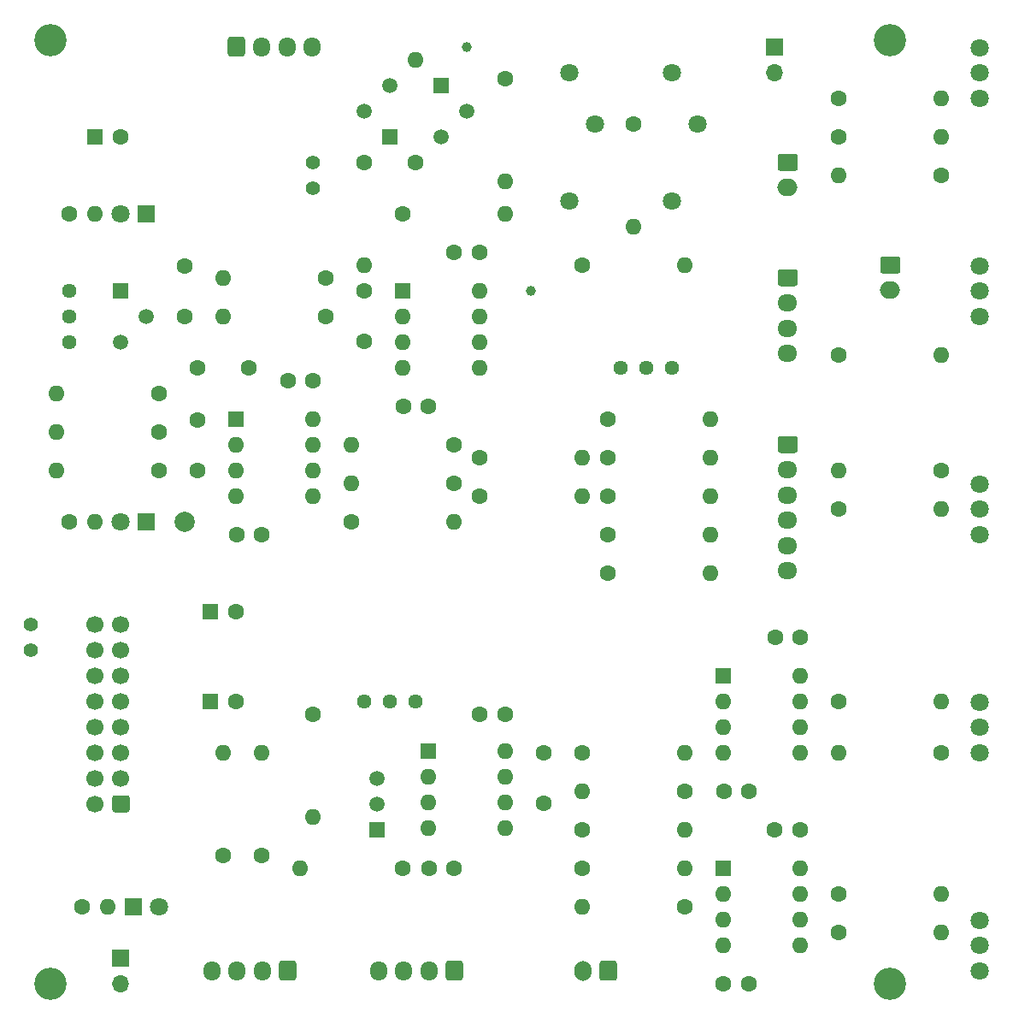
<source format=gbr>
G04 #@! TF.GenerationSoftware,KiCad,Pcbnew,(5.1.10)-1*
G04 #@! TF.CreationDate,2022-02-08T11:48:01+09:00*
G04 #@! TF.ProjectId,AnVCO,416e5643-4f2e-46b6-9963-61645f706362,Ver. 1.0*
G04 #@! TF.SameCoordinates,Original*
G04 #@! TF.FileFunction,Soldermask,Top*
G04 #@! TF.FilePolarity,Negative*
%FSLAX46Y46*%
G04 Gerber Fmt 4.6, Leading zero omitted, Abs format (unit mm)*
G04 Created by KiCad (PCBNEW (5.1.10)-1) date 2022-02-08 11:48:01*
%MOMM*%
%LPD*%
G01*
G04 APERTURE LIST*
%ADD10O,1.600000X1.600000*%
%ADD11C,1.600000*%
%ADD12R,1.600000X1.600000*%
%ADD13C,3.200000*%
%ADD14C,2.000000*%
%ADD15C,1.440000*%
%ADD16C,1.400000*%
%ADD17C,1.000000*%
%ADD18C,1.800000*%
%ADD19R,1.500000X1.500000*%
%ADD20C,1.500000*%
%ADD21O,1.700000X2.000000*%
%ADD22O,1.700000X1.950000*%
%ADD23O,1.950000X1.700000*%
%ADD24O,2.000000X1.700000*%
%ADD25O,1.700000X1.700000*%
%ADD26R,1.700000X1.700000*%
%ADD27C,1.700000*%
%ADD28R,1.800000X1.800000*%
G04 APERTURE END LIST*
D10*
G04 #@! TO.C,R36*
X151130000Y-124460000D03*
D11*
X140970000Y-124460000D03*
G04 #@! TD*
D10*
G04 #@! TO.C,U3*
X133350000Y-124300000D03*
X125730000Y-131920000D03*
X133350000Y-126840000D03*
X125730000Y-129380000D03*
X133350000Y-129380000D03*
X125730000Y-126840000D03*
X133350000Y-131920000D03*
D12*
X125730000Y-124300000D03*
G04 #@! TD*
D10*
G04 #@! TO.C,R24*
X140970000Y-95250000D03*
D11*
X130810000Y-95250000D03*
G04 #@! TD*
D13*
G04 #@! TO.C,H4*
X171450000Y-147320000D03*
G04 #@! TD*
G04 #@! TO.C,H3*
X171450000Y-53975000D03*
G04 #@! TD*
G04 #@! TO.C,H2*
X88265000Y-147320000D03*
G04 #@! TD*
G04 #@! TO.C,H1*
X88265000Y-53975000D03*
G04 #@! TD*
D14*
G04 #@! TO.C,TP3*
X101600000Y-101600000D03*
G04 #@! TD*
D15*
G04 #@! TO.C,RV8*
X119380000Y-119380000D03*
X121920000Y-119380000D03*
X124460000Y-119380000D03*
G04 #@! TD*
G04 #@! TO.C,RV1*
X149860000Y-86360000D03*
X147320000Y-86360000D03*
X144780000Y-86360000D03*
G04 #@! TD*
D10*
G04 #@! TO.C,R5*
X93980000Y-139700000D03*
D11*
X91440000Y-139700000D03*
G04 #@! TD*
D10*
G04 #@! TO.C,R4*
X92710000Y-71120000D03*
D11*
X90170000Y-71120000D03*
G04 #@! TD*
D10*
G04 #@! TO.C,R3*
X92710000Y-101600000D03*
D11*
X90170000Y-101600000D03*
G04 #@! TD*
D10*
G04 #@! TO.C,U5*
X162560000Y-135890000D03*
X154940000Y-143510000D03*
X162560000Y-138430000D03*
X154940000Y-140970000D03*
X162560000Y-140970000D03*
X154940000Y-138430000D03*
X162560000Y-143510000D03*
D12*
X154940000Y-135890000D03*
G04 #@! TD*
D16*
G04 #@! TO.C,JP2*
X114300000Y-66040000D03*
X114300000Y-68580000D03*
G04 #@! TD*
D10*
G04 #@! TO.C,R43*
X166370000Y-124460000D03*
D11*
X176530000Y-124460000D03*
G04 #@! TD*
D10*
G04 #@! TO.C,U4*
X162560000Y-116840000D03*
X154940000Y-124460000D03*
X162560000Y-119380000D03*
X154940000Y-121920000D03*
X162560000Y-121920000D03*
X154940000Y-119380000D03*
X162560000Y-124460000D03*
D12*
X154940000Y-116840000D03*
G04 #@! TD*
D10*
G04 #@! TO.C,U2*
X114300000Y-91440000D03*
X106680000Y-99060000D03*
X114300000Y-93980000D03*
X106680000Y-96520000D03*
X114300000Y-96520000D03*
X106680000Y-93980000D03*
X114300000Y-99060000D03*
D12*
X106680000Y-91440000D03*
G04 #@! TD*
D10*
G04 #@! TO.C,U1*
X130810000Y-78740000D03*
X123190000Y-86360000D03*
X130810000Y-81280000D03*
X123190000Y-83820000D03*
X130810000Y-83820000D03*
X123190000Y-81280000D03*
X130810000Y-86360000D03*
D12*
X123190000Y-78740000D03*
G04 #@! TD*
D17*
G04 #@! TO.C,TP2*
X129540000Y-54610000D03*
G04 #@! TD*
G04 #@! TO.C,TP1*
X135890000Y-78740000D03*
G04 #@! TD*
D18*
G04 #@! TO.C,RV10*
X180340000Y-124460000D03*
X180340000Y-121960000D03*
X180340000Y-119460000D03*
G04 #@! TD*
G04 #@! TO.C,RV9*
X180340000Y-146050000D03*
X180340000Y-143550000D03*
X180340000Y-141050000D03*
G04 #@! TD*
D15*
G04 #@! TO.C,RV7*
X90170000Y-78740000D03*
X90170000Y-81280000D03*
X90170000Y-83820000D03*
G04 #@! TD*
D18*
G04 #@! TO.C,RV6*
X180340000Y-102870000D03*
X180340000Y-100370000D03*
X180340000Y-97870000D03*
G04 #@! TD*
G04 #@! TO.C,RV5*
X180340000Y-81280000D03*
X180340000Y-78780000D03*
X180340000Y-76280000D03*
G04 #@! TD*
G04 #@! TO.C,RV4*
X139700000Y-57150000D03*
X142240000Y-62230000D03*
X139700000Y-69850000D03*
G04 #@! TD*
G04 #@! TO.C,RV3*
X149860000Y-57150000D03*
X152400000Y-62230000D03*
X149860000Y-69850000D03*
G04 #@! TD*
G04 #@! TO.C,RV2*
X180340000Y-59690000D03*
X180340000Y-57190000D03*
X180340000Y-54690000D03*
G04 #@! TD*
D10*
G04 #@! TO.C,R42*
X176530000Y-138430000D03*
D11*
X166370000Y-138430000D03*
G04 #@! TD*
D10*
G04 #@! TO.C,R41*
X140970000Y-139700000D03*
D11*
X151130000Y-139700000D03*
G04 #@! TD*
D10*
G04 #@! TO.C,R40*
X176530000Y-119380000D03*
D11*
X166370000Y-119380000D03*
G04 #@! TD*
D10*
G04 #@! TO.C,R39*
X176530000Y-142240000D03*
D11*
X166370000Y-142240000D03*
G04 #@! TD*
D10*
G04 #@! TO.C,R38*
X151130000Y-135890000D03*
D11*
X140970000Y-135890000D03*
G04 #@! TD*
D10*
G04 #@! TO.C,R37*
X151130000Y-132080000D03*
D11*
X140970000Y-132080000D03*
G04 #@! TD*
D10*
G04 #@! TO.C,R35*
X113030000Y-135890000D03*
D11*
X123190000Y-135890000D03*
G04 #@! TD*
D10*
G04 #@! TO.C,R34*
X114300000Y-130810000D03*
D11*
X114300000Y-120650000D03*
G04 #@! TD*
D10*
G04 #@! TO.C,R33*
X140970000Y-128270000D03*
D11*
X151130000Y-128270000D03*
G04 #@! TD*
D10*
G04 #@! TO.C,R32*
X118110000Y-97790000D03*
D11*
X128270000Y-97790000D03*
G04 #@! TD*
D10*
G04 #@! TO.C,R31*
X105410000Y-81280000D03*
D11*
X115570000Y-81280000D03*
G04 #@! TD*
D10*
G04 #@! TO.C,R30*
X88900000Y-92710000D03*
D11*
X99060000Y-92710000D03*
G04 #@! TD*
D10*
G04 #@! TO.C,R29*
X128270000Y-101600000D03*
D11*
X118110000Y-101600000D03*
G04 #@! TD*
D10*
G04 #@! TO.C,R28*
X118110000Y-93980000D03*
D11*
X128270000Y-93980000D03*
G04 #@! TD*
D10*
G04 #@! TO.C,R27*
X140970000Y-99060000D03*
D11*
X130810000Y-99060000D03*
G04 #@! TD*
D10*
G04 #@! TO.C,R26*
X88900000Y-88900000D03*
D11*
X99060000Y-88900000D03*
G04 #@! TD*
D10*
G04 #@! TO.C,R25*
X105410000Y-77470000D03*
D11*
X115570000Y-77470000D03*
G04 #@! TD*
D10*
G04 #@! TO.C,R23*
X88900000Y-96520000D03*
D11*
X99060000Y-96520000D03*
G04 #@! TD*
D10*
G04 #@! TO.C,R22*
X176530000Y-100330000D03*
D11*
X166370000Y-100330000D03*
G04 #@! TD*
D10*
G04 #@! TO.C,R21*
X119380000Y-76200000D03*
D11*
X119380000Y-66040000D03*
G04 #@! TD*
D10*
G04 #@! TO.C,R20*
X133350000Y-67945000D03*
D11*
X133350000Y-57785000D03*
G04 #@! TD*
D10*
G04 #@! TO.C,R19*
X176530000Y-85090000D03*
D11*
X166370000Y-85090000D03*
G04 #@! TD*
D10*
G04 #@! TO.C,R18*
X124460000Y-55880000D03*
D11*
X124460000Y-66040000D03*
G04 #@! TD*
D10*
G04 #@! TO.C,R17*
X133350000Y-71120000D03*
D11*
X123190000Y-71120000D03*
G04 #@! TD*
D10*
G04 #@! TO.C,R16*
X153670000Y-106680000D03*
D11*
X143510000Y-106680000D03*
G04 #@! TD*
D10*
G04 #@! TO.C,R15*
X166370000Y-96520000D03*
D11*
X176530000Y-96520000D03*
G04 #@! TD*
D10*
G04 #@! TO.C,R14*
X153670000Y-102870000D03*
D11*
X143510000Y-102870000D03*
G04 #@! TD*
D10*
G04 #@! TO.C,R13*
X153670000Y-99060000D03*
D11*
X143510000Y-99060000D03*
G04 #@! TD*
D10*
G04 #@! TO.C,R12*
X153670000Y-95250000D03*
D11*
X143510000Y-95250000D03*
G04 #@! TD*
D10*
G04 #@! TO.C,R11*
X166370000Y-67310000D03*
D11*
X176530000Y-67310000D03*
G04 #@! TD*
D10*
G04 #@! TO.C,R10*
X146050000Y-72390000D03*
D11*
X146050000Y-62230000D03*
G04 #@! TD*
D10*
G04 #@! TO.C,R9*
X176530000Y-63500000D03*
D11*
X166370000Y-63500000D03*
G04 #@! TD*
D10*
G04 #@! TO.C,R8*
X176530000Y-59690000D03*
D11*
X166370000Y-59690000D03*
G04 #@! TD*
D10*
G04 #@! TO.C,R7*
X153670000Y-91440000D03*
D11*
X143510000Y-91440000D03*
G04 #@! TD*
D10*
G04 #@! TO.C,R6*
X151130000Y-76200000D03*
D11*
X140970000Y-76200000D03*
G04 #@! TD*
D10*
G04 #@! TO.C,R2*
X105410000Y-124460000D03*
D11*
X105410000Y-134620000D03*
G04 #@! TD*
D10*
G04 #@! TO.C,R1*
X109220000Y-124460000D03*
D11*
X109220000Y-134620000D03*
G04 #@! TD*
D19*
G04 #@! TO.C,Q4*
X120650000Y-132080000D03*
D20*
X120650000Y-127000000D03*
X120650000Y-129540000D03*
G04 #@! TD*
D19*
G04 #@! TO.C,Q3*
X95250000Y-78740000D03*
D20*
X95250000Y-83820000D03*
X97790000Y-81280000D03*
G04 #@! TD*
D19*
G04 #@! TO.C,Q2*
X121920000Y-63500000D03*
D20*
X121920000Y-58420000D03*
X119380000Y-60960000D03*
G04 #@! TD*
D19*
G04 #@! TO.C,Q1*
X127000000Y-58420000D03*
D20*
X127000000Y-63500000D03*
X129540000Y-60960000D03*
G04 #@! TD*
D16*
G04 #@! TO.C,JP1*
X86360000Y-111760000D03*
X86360000Y-114300000D03*
G04 #@! TD*
D21*
G04 #@! TO.C,J11*
X141010000Y-146050000D03*
G36*
G01*
X144360000Y-145300000D02*
X144360000Y-146800000D01*
G75*
G02*
X144110000Y-147050000I-250000J0D01*
G01*
X142910000Y-147050000D01*
G75*
G02*
X142660000Y-146800000I0J250000D01*
G01*
X142660000Y-145300000D01*
G75*
G02*
X142910000Y-145050000I250000J0D01*
G01*
X144110000Y-145050000D01*
G75*
G02*
X144360000Y-145300000I0J-250000D01*
G01*
G37*
G04 #@! TD*
D22*
G04 #@! TO.C,J10*
X114180000Y-54610000D03*
X111680000Y-54610000D03*
X109180000Y-54610000D03*
G36*
G01*
X105830000Y-55335000D02*
X105830000Y-53885000D01*
G75*
G02*
X106080000Y-53635000I250000J0D01*
G01*
X107280000Y-53635000D01*
G75*
G02*
X107530000Y-53885000I0J-250000D01*
G01*
X107530000Y-55335000D01*
G75*
G02*
X107280000Y-55585000I-250000J0D01*
G01*
X106080000Y-55585000D01*
G75*
G02*
X105830000Y-55335000I0J250000D01*
G01*
G37*
G04 #@! TD*
D23*
G04 #@! TO.C,J9*
X161290000Y-84970000D03*
X161290000Y-82470000D03*
X161290000Y-79970000D03*
G36*
G01*
X160565000Y-76620000D02*
X162015000Y-76620000D01*
G75*
G02*
X162265000Y-76870000I0J-250000D01*
G01*
X162265000Y-78070000D01*
G75*
G02*
X162015000Y-78320000I-250000J0D01*
G01*
X160565000Y-78320000D01*
G75*
G02*
X160315000Y-78070000I0J250000D01*
G01*
X160315000Y-76870000D01*
G75*
G02*
X160565000Y-76620000I250000J0D01*
G01*
G37*
G04 #@! TD*
G04 #@! TO.C,J8*
X161290000Y-106480000D03*
X161290000Y-103980000D03*
X161290000Y-101480000D03*
X161290000Y-98980000D03*
X161290000Y-96480000D03*
G36*
G01*
X160565000Y-93130000D02*
X162015000Y-93130000D01*
G75*
G02*
X162265000Y-93380000I0J-250000D01*
G01*
X162265000Y-94580000D01*
G75*
G02*
X162015000Y-94830000I-250000J0D01*
G01*
X160565000Y-94830000D01*
G75*
G02*
X160315000Y-94580000I0J250000D01*
G01*
X160315000Y-93380000D01*
G75*
G02*
X160565000Y-93130000I250000J0D01*
G01*
G37*
G04 #@! TD*
D24*
G04 #@! TO.C,J7*
X171450000Y-78700000D03*
G36*
G01*
X170700000Y-75350000D02*
X172200000Y-75350000D01*
G75*
G02*
X172450000Y-75600000I0J-250000D01*
G01*
X172450000Y-76800000D01*
G75*
G02*
X172200000Y-77050000I-250000J0D01*
G01*
X170700000Y-77050000D01*
G75*
G02*
X170450000Y-76800000I0J250000D01*
G01*
X170450000Y-75600000D01*
G75*
G02*
X170700000Y-75350000I250000J0D01*
G01*
G37*
G04 #@! TD*
D25*
G04 #@! TO.C,J6*
X95250000Y-147320000D03*
D26*
X95250000Y-144780000D03*
G04 #@! TD*
D25*
G04 #@! TO.C,J5*
X160020000Y-57150000D03*
D26*
X160020000Y-54610000D03*
G04 #@! TD*
D27*
G04 #@! TO.C,J4*
X92710000Y-111760000D03*
X92710000Y-114300000D03*
X92710000Y-116840000D03*
X92710000Y-119380000D03*
X92710000Y-121920000D03*
X92710000Y-124460000D03*
X92710000Y-127000000D03*
X92710000Y-129540000D03*
X95250000Y-111760000D03*
X95250000Y-114300000D03*
X95250000Y-116840000D03*
X95250000Y-119380000D03*
X95250000Y-121920000D03*
X95250000Y-124460000D03*
X95250000Y-127000000D03*
G36*
G01*
X96100000Y-128940000D02*
X96100000Y-130140000D01*
G75*
G02*
X95850000Y-130390000I-250000J0D01*
G01*
X94650000Y-130390000D01*
G75*
G02*
X94400000Y-130140000I0J250000D01*
G01*
X94400000Y-128940000D01*
G75*
G02*
X94650000Y-128690000I250000J0D01*
G01*
X95850000Y-128690000D01*
G75*
G02*
X96100000Y-128940000I0J-250000D01*
G01*
G37*
G04 #@! TD*
D22*
G04 #@! TO.C,J3*
X104260000Y-146050000D03*
X106760000Y-146050000D03*
X109260000Y-146050000D03*
G36*
G01*
X112610000Y-145325000D02*
X112610000Y-146775000D01*
G75*
G02*
X112360000Y-147025000I-250000J0D01*
G01*
X111160000Y-147025000D01*
G75*
G02*
X110910000Y-146775000I0J250000D01*
G01*
X110910000Y-145325000D01*
G75*
G02*
X111160000Y-145075000I250000J0D01*
G01*
X112360000Y-145075000D01*
G75*
G02*
X112610000Y-145325000I0J-250000D01*
G01*
G37*
G04 #@! TD*
G04 #@! TO.C,J2*
X120770000Y-146050000D03*
X123270000Y-146050000D03*
X125770000Y-146050000D03*
G36*
G01*
X129120000Y-145325000D02*
X129120000Y-146775000D01*
G75*
G02*
X128870000Y-147025000I-250000J0D01*
G01*
X127670000Y-147025000D01*
G75*
G02*
X127420000Y-146775000I0J250000D01*
G01*
X127420000Y-145325000D01*
G75*
G02*
X127670000Y-145075000I250000J0D01*
G01*
X128870000Y-145075000D01*
G75*
G02*
X129120000Y-145325000I0J-250000D01*
G01*
G37*
G04 #@! TD*
D24*
G04 #@! TO.C,J1*
X161290000Y-68540000D03*
G36*
G01*
X160540000Y-65190000D02*
X162040000Y-65190000D01*
G75*
G02*
X162290000Y-65440000I0J-250000D01*
G01*
X162290000Y-66640000D01*
G75*
G02*
X162040000Y-66890000I-250000J0D01*
G01*
X160540000Y-66890000D01*
G75*
G02*
X160290000Y-66640000I0J250000D01*
G01*
X160290000Y-65440000D01*
G75*
G02*
X160540000Y-65190000I250000J0D01*
G01*
G37*
G04 #@! TD*
D18*
G04 #@! TO.C,D3*
X99060000Y-139700000D03*
D28*
X96520000Y-139700000D03*
G04 #@! TD*
D18*
G04 #@! TO.C,D2*
X95250000Y-71120000D03*
D28*
X97790000Y-71120000D03*
G04 #@! TD*
D18*
G04 #@! TO.C,D1*
X95250000Y-101600000D03*
D28*
X97790000Y-101600000D03*
G04 #@! TD*
D11*
G04 #@! TO.C,C18*
X157440000Y-147320000D03*
X154940000Y-147320000D03*
G04 #@! TD*
G04 #@! TO.C,C17*
X162520000Y-132080000D03*
X160020000Y-132080000D03*
G04 #@! TD*
G04 #@! TO.C,C16*
X157480000Y-128270000D03*
X154980000Y-128270000D03*
G04 #@! TD*
G04 #@! TO.C,C15*
X162560000Y-113030000D03*
X160060000Y-113030000D03*
G04 #@! TD*
G04 #@! TO.C,C14*
X125770000Y-135890000D03*
X128270000Y-135890000D03*
G04 #@! TD*
G04 #@! TO.C,C13*
X137160000Y-129460000D03*
X137160000Y-124460000D03*
G04 #@! TD*
G04 #@! TO.C,C12*
X133310000Y-120650000D03*
X130810000Y-120650000D03*
G04 #@! TD*
G04 #@! TO.C,C11*
X106720000Y-102870000D03*
X109220000Y-102870000D03*
G04 #@! TD*
G04 #@! TO.C,C10*
X107870000Y-86360000D03*
X102870000Y-86360000D03*
G04 #@! TD*
G04 #@! TO.C,C9*
X114300000Y-87630000D03*
X111800000Y-87630000D03*
G04 #@! TD*
G04 #@! TO.C,C8*
X101600000Y-76280000D03*
X101600000Y-81280000D03*
G04 #@! TD*
G04 #@! TO.C,C7*
X102870000Y-91520000D03*
X102870000Y-96520000D03*
G04 #@! TD*
G04 #@! TO.C,C6*
X119380000Y-83740000D03*
X119380000Y-78740000D03*
G04 #@! TD*
G04 #@! TO.C,C5*
X123230000Y-90170000D03*
X125730000Y-90170000D03*
G04 #@! TD*
G04 #@! TO.C,C4*
X130770000Y-74930000D03*
X128270000Y-74930000D03*
G04 #@! TD*
G04 #@! TO.C,C3*
X106640000Y-119380000D03*
D12*
X104140000Y-119380000D03*
G04 #@! TD*
D11*
G04 #@! TO.C,C2*
X95210000Y-63500000D03*
D12*
X92710000Y-63500000D03*
G04 #@! TD*
D11*
G04 #@! TO.C,C1*
X106640000Y-110490000D03*
D12*
X104140000Y-110490000D03*
G04 #@! TD*
M02*

</source>
